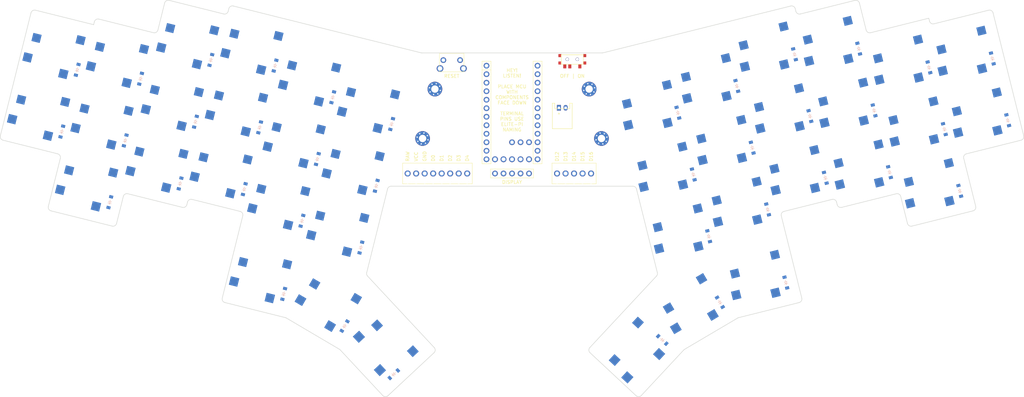
<source format=kicad_pcb>
(kicad_pcb (version 20240108) (generator "pcbnew") (generator_version "8.0")
  (title_block (title "fairyboard") (rev "1") (company "Steven Eisinger (restive.engines)"))
  (layers (0 "F.Cu" signal) (31 "B.Cu" signal) (34 "B.Paste" user) (35 "F.Paste" user) (36 "B.SilkS" user "B.Silkscreen") (37 "F.SilkS" user "F.Silkscreen") (38 "B.Mask" user) (39 "F.Mask" user) (44 "Edge.Cuts" user))
  (net 0 "")
  (net 1 "COL1")
  (net 2 "outer_home")
  (net 3 "outer_top")
  (net 4 "pinky_bottom")
  (net 5 "COL2")
  (net 6 "pinky_home")
  (net 7 "pinky_top")
  (net 8 "ring_bottom")
  (net 9 "COL3")
  (net 10 "ring_home")
  (net 11 "ring_top")
  (net 12 "middle_bottom")
  (net 13 "COL4")
  (net 14 "middle_home")
  (net 15 "middle_top")
  (net 16 "COL5")
  (net 17 "index_bottom")
  (net 18 "index_home")
  (net 19 "index_top")
  (net 20 "COL6")
  (net 21 "inner_bottom")
  (net 22 "inner_home")
  (net 23 "inner_top")
  (net 24 "outer_thumb")
  (net 25 "middle_thumb")
  (net 26 "inner_thumb")
  (net 27 "mirror_outer_home")
  (net 28 "mirror_outer_top")
  (net 29 "mirror_pinky_bottom")
  (net 30 "mirror_pinky_home")
  (net 31 "mirror_pinky_top")
  (net 32 "mirror_ring_bottom")
  (net 33 "mirror_ring_home")
  (net 34 "mirror_ring_top")
  (net 35 "mirror_middle_bottom")
  (net 36 "mirror_middle_home")
  (net 37 "mirror_middle_top")
  (net 38 "mirror_index_bottom")
  (net 39 "mirror_index_home")
  (net 40 "mirror_index_top")
  (net 41 "mirror_inner_bottom")
  (net 42 "mirror_inner_home")
  (net 43 "mirror_inner_top")
  (net 44 "mirror_outer_thumb")
  (net 45 "mirror_middle_thumb")
  (net 46 "mirror_inner_thumb")
  (net 47 "ROW3")
  (net 48 "ROW2")
  (net 49 "ROW4")
  (net 50 "ROW1")
  (net 51 "ROW6")
  (net 52 "ROW5")
  (net 53 "ROW7")
  (net 54 "D1")
  (net 55 "D0")
  (net 56 "D2")
  (net 57 "D3")
  (net 58 "D4")
  (net 59 "RAW")
  (net 60 "GND")
  (net 61 "RST")
  (net 62 "VCC")
  (net 63 "D5")
  (net 64 "D6")
  (net 65 "D7")
  (net 66 "D8")
  (net 67 "D9")
  (net 68 "B+")
  (footprint "E73:SPDT_C128955" (layer "F.Cu") (at 228.458897 115.657355)
    (property "Reference" "T1" (hide yes))
    (property "Value" "" (hide yes))
  )
  (footprint "restiveengines:reset_switch_tht_side" (layer "F.Cu") (at 192.458897 117.157355)
    (property "Reference" "RST1" (hide yes))
    (property "Value" "reset_switch_tht_side")
  )
  (footprint "MX" (layer "F.Cu") (at 173.136489 201.988419 -47)
    (property "Reference" "S20" (hide yes))
    (property "Value" "" (hide yes))
  )
  (footprint "SpacerHole_3.2mm_M2_Pad_Via" (layer "F.Cu") (at 338.983563 124.005168 14)
    (property "Reference" "_5" (hide yes))
    (property "Value" "")
  )
  (footprint "PG1350" (layer "F.Cu") (at 105.474988 147.394969 166)
    (property "Reference" "S46" (hide yes))
    (property "Value" "" (hide yes))
  )
  (footprint "MX" (layer "F.Cu") (at 256.870005 148.085525 14)
    (property "Reference" "S36" (hide yes))
    (property "Value" "" (hide yes))
  )
  (footprint "ceoloide:display_nice_view" (layer "F.Cu") (at 210.458897 133.043906)
    (property "Reference" "DISP1" (hide yes))
    (property "Value" "")
  )
  (footprint "MX" (layer "F.Cu") (at 124.636372 149.080598 -14)
    (property "Reference" "S9" (hide yes))
    (property "Value" "" (hide yes))
  )
  (footprint "PG1350" (layer "F.Cu") (at 336.418606 152.986559 -166)
    (property "Reference" "S63" (hide yes))
    (property "Value" "" (hide yes))
  )
  (footprint "SmtDiode" (layer "F.Cu") (at 175.167901 209.665389 43)
    (property "Reference" "D20" (hide yes))
    (property "Value" "" (hide yes))
  )
  (footprint "PG1350" (layer "F.Cu") (at 256.870005 148.085525 -166)
    (property "Reference" "S76" (hide yes))
    (property "Value" "" (hide yes))
  )
  (footprint "SmtDiode" (layer "F.Cu") (at 303.9807 151.025754 104)
    (property "Reference" "D29" (hide yes))
    (property "Value" "" (hide yes))
  )
  (footprint "SmtDiode" (layer "F.Cu") (at 344.117883 154.931714 104)
    (property "Reference" "D23" (hide yes))
    (property "Value" "" (hide yes))
  )
  (footprint "PG1350" (layer "F.Cu") (at 346.145036 113.459396 -166)
    (property "Reference" "S62" (hide yes))
    (property "Value" "" (hide yes))
  )
  (footprint "PG1350" (layer "F.Cu") (at 296.281423 149.080598 -166)
    (property "Reference" "S69" (hide yes))
    (property "Value" "" (hide yes))
  )
  (footprint "SmtDiode" (layer "F.Cu") (at 147.747244 163.860655 76)
    (property "Reference" "D12" (hide yes))
    (property "Value" "" (hide yes))
  )
  (footprint "MX" (layer "F.Cu") (at 331.82209 134.55094 14)
    (property "Reference" "S24" (hide yes))
    (property "Value" "" (hide yes))
  )
  (footprint "SmtDiode" (layer "F.Cu") (at 339.521367 136.496095 104)
    (property "Reference" "D24" (hide yes))
    (property "Value" "" (hide yes))
  )
  (footprint "MX" (layer "F.Cu") (at 269.862381 121.657355 14)
    (property "Reference" "S34" (hide yes))
    (property "Value" "" (hide yes))
  )
  (footprint "SmtDiode" (layer "F.Cu") (at 115.956367 134.291413 76)
    (property "Reference" "D7" (hide yes))
    (property "Value" "" (hide yes))
  )
  (footprint "PG1350" (layer "F.Cu") (at 133.829404 112.209361 166)
    (property "Reference" "S51" (hide yes))
    (property "Value" "" (hide yes))
  )
  (footprint "SmtDiode" (layer "F.Cu") (at 135.117751 135.977042 76)
    (property "Reference" "D10" (hide yes))
    (property "Value" "" (hide yes))
  )
  (footprint "SpacerHole_3.2mm_M2_Pad_Via" (layer "F.Cu") (at 263.366193 134.87144 14)
    (property "Reference" "_3" (hide yes))
    (property "Value" "")
  )
  (footprint "PG1350" (layer "F.Cu") (at 279.055413 158.528593 -166)
    (property "Reference" "S72" (hide yes))
    (property "Value" "" (hide yes))
  )
  (footprint "SmtDiode" (layer "F.Cu") (at 358.44083 133.840171 104)
    (property "Reference" "D21" (hide yes))
    (property "Value" "" (hide yes))
  )
  (footprint "SmtDiode" (layer "F.Cu") (at 323.142084 149.340125 104)
    (property "Reference" "D26" (hide yes))
    (property "Value" "" (hide yes))
  )
  (footprint "MX" (layer "F.Cu") (at 247.781306 201.988419 47)
    (property "Reference" "S40" (hide yes))
    (property "Value" "" (hide yes))
  )
  (footprint "PG1350" (layer "F.Cu") (at 146.458897 140.092974 166)
    (property "Reference" "S53" (hide yes))
    (property "Value" "" (hide yes))
  )
  (footprint "SmtDiode" (layer "F.Cu") (at 156.940276 126.989418 76)
    (property "Reference" "D14" (hide yes))
    (property "Value" "" (hide yes))
  )
  (footprint "SpacerHole_3.2mm_M2_Pad_Via" (layer "F.Cu") (at 148.358569 171.742678 -14)
    (property "Reference" "_8" (hide yes))
    (property "Value" "")
  )
  (footprint "SmtDiode" (layer "F.Cu") (at 255.297871 199.426437 137)
    (property "Reference" "D40" (hide yes))
    (property "Value" "" (hide yes))
  )
  (footprint "MX" (layer "F.Cu") (at 327.225574 116.115321 14)
    (property "Reference" "S25" (hide yes))
    (property "Value" "" (hide yes))
  )
  (footprint "PG1350" (layer "F.Cu") (at 287.088391 112.209361 -166)
    (property "Reference" "S71" (hide yes))
    (property "Value" "" (hide yes))
  )
  (footprint "PG1350" (layer "F.Cu") (at 331.82209 134.55094 -166)
    (property "Reference" "S64" (hide yes))
    (property "Value" "" (hide yes))
  )
  (footprint "PG1350" (layer "F.Cu") (at 264.572013 188.512452 -149.5)
    (property "Reference" "S79" (hide yes))
    (property "Value" "" (hide yes))
  )
  (footprint "PG1350" (layer "F.Cu") (at 310.846291 128.959351 -166)
    (property "Reference" "S67" (hide yes))
    (property "Value" "" (hide yes))
  )
  (footprint "SmtDiode" (layer "F.Cu") (at 169.932653 153.417587 76)
    (property "Reference" "D16" (hide yes))
    (property "Value" "" (hide yes))
  )
  (footprint "SmtDiode" (layer "F.Cu") (at 130.521235 154.412661 76)
    (property "Reference" "D9" (hide yes))
    (property "Value" "" (hide yes))
  )
  (footprint "PG1350" (layer "F.Cu") (at 136.419139 180.360247 166)
    (property "Reference" "S58" (hide yes))
    (property "Value" "" (hide yes))
  )
  (footprint "PG1350" (layer "F.Cu") (at 168.644306 129.649906 166)
    (property "Reference" "S57" (hide yes))
    (property "Value" "" (hide yes))
  )
  (footprint "PG1350" (layer "F.Cu") (at 141.862381 158.528593 166)
    (property "Reference" "S52" (hide yes))
    (property "Value" "" (hide yes))
  )
  (footprint "restiveengines:terminal_block_8" (layer "F.Cu") (at 189.458897 133.043906)
    (property "Reference" "TERMINAL1" (hide yes))
    (property "Value" "")
  )
  (footprint "SmtDiode" (layer "F.Cu") (at 99.577084 121.447383 76)
    (property "Reference" "D5" (hide yes))
    (property "Value" "" (hide yes))
  )
  (footprint "MX" (layer "F.Cu") (at 315.442807 147.394969 14)
    (property "Reference" "S26" (hide yes))
    (property "Value" "" (hide yes))
  )
  (footprint "MountingHole_2.2mm_M2_Pad_Via" (layer "F.Cu") (at 233.480204 124.544769 14)
    (property "Reference" "_17" (hide yes))
    (property "Value" "")
  )
  (footprint "PG1350" (layer "F.Cu") (at 274.458897 140.092974 -166)
    (property "Reference" "S73" (hide yes))
    (property "Value" "" (hide yes))
  )
  (footprint "MX" (layer "F.Cu") (at 114.66802 110.523732 -14)
    (property "Reference" "S8" (hide yes))
    (property "Value" "" (hide yes))
  )
  (footprint "MX" (layer "F.Cu") (at 164.04779 148.085525 -14)
    (property "Reference" "S16" (hide yes))
    (property "Value" "" (hide yes))
  )
  (footprint "SmtDiode" (layer "F.Cu") (at 160.473917 195.296329 59.5)
    (property "Reference" "D19" (hide yes))
    (property "Value" "" (hide yes))
  )
  (footprint "PG1350" (layer "F.Cu") (at 164.04779 148.085525 166)
    (property "Reference" "S56" (hide yes))
    (property "Value" "" (hide yes))
  )
  (footprint "PG1350" (layer "F.Cu") (at 129.232888 130.64498 166)
    (property "Reference" "S50" (hide yes))
    (property "Value" "" (hide yes))
  )
  (footprint "PG1350" (layer "F.Cu") (at 252.273489 129.649906 -166)
    (property "Reference" "S77" (hide yes))
    (property "Value" "" (hide yes))
  )
  (footprint "PG1350" (layer "F.Cu") (at 89.095705 134.55094 166)
    (property "Reference" "S44" (hide yes))
    (property "Value" "" (hide yes))
  )
  (footprint "SmtDiode" (layer "F.Cu") (at 259.972766 131.595062 104)
    (property "Reference" "D37" (hide yes))
    (property "Value" "" (hide yes))
  )
  (footprint "SmtDiode" (layer "F.Cu") (at 120.552883 115.855794 76)
    (property "Reference" "D8" (hide yes))
    (property "Value" "" (hide yes))
  )
  (footprint "SmtDiode" (layer "F.Cu") (at 282.158175 142.03813 104)
    (property "Reference" "D33" (hide yes))
    (property "Value" "" (hide yes))
  )
  (footprint "SmtDiode" (layer "F.Cu") (at 292.197933 182.305403 104)
    (property "Reference" "D38" (hide yes))
    (property "Value" "" (hide yes))
  )
  (footprint "PG1350" (layer "F.Cu") (at 124.636372 149.080598 166)
    (property "Reference" "S49" (hide yes))
    (property "Value" "" (hide yes))
  )
  (footprint "PG1350" (layer "F.Cu") (at 350.741552 131.895015 -166)
    (property "Reference" "S61" (hide yes))
    (property "Value" "" (hide yes))
  )
  (footprint "SpacerHole_3.2mm_M2_Pad_Via" (layer "F.Cu") (at 121.829493 121.069504 -14)
    (property "Reference" "_6" (hide yes))
    (property "Value" "")
  )
  (footprint "PG1350" (layer "F.Cu") (at 173.136489 201.988419 133)
    (property "Reference" "S60" (hide yes))
    (property "Value" "" (hide yes))
  )
  (footprint "MX" (layer "F.Cu") (at 133.829404 112.209361 -14)
    (property "Reference" "S11" (hide yes))
    (property "Value" "" (hide yes))
  )
  (footprint "MX" (layer "F.Cu") (at 287.088391 112.209361 14)
    (property "Reference" "S31" (hide yes))
    (property "Value" "" (hide yes))
  )
  (footprint "PG1350" (layer "F.Cu") (at 156.345782 188.512452 149.5)
    (property "Reference" "S59" (hide yes))
    (property "Value" "" (hide yes))
  )
  (footprint "SmtDiode" (layer "F.Cu") (at 286.75469 160.473749 104)
    (property "Reference" "D32" (hide yes))
    (property "Value" "" (hide yes))
  )
  (footprint "SmtDiode" (layer "F.Cu") (at 76.061105 137.227077 76)
    (property "Reference" "D1" (hide yes))
    (property "Value" "" (hide yes))
  )
  (footprint "MX" (layer "F.Cu") (at 279.055413 158.528593 14)
    (property "Reference" "S32" (hide yes))
    (property "Value" "" (hide yes))
  )
  (footprint "MX" (layer "F.Cu") (at 129.232888 130.64498 -14)
    (property "Reference" "S10" (hide yes))
    (property "Value" "" (hide yes))
  )
  (footprint "MX" (layer "F.Cu") (at 306.249775 110.523732 14)
    (property "Reference" "S28" (hide yes))
    (property "Value" "" (hide yes))
  )
  (footprint "MountingHole_2.2mm_M2_Pad_Via" (layer "F.Cu") (at 183.760378 139.293264 -14)
    (property "Reference" "_14" (hide yes))
    (property "Value" "")
  )
  (footprint "SmtDiode" (layer "F.Cu") (at 313.949052 112.468888 104)
    (property "Reference" "D28" (hide yes))
    (property "Value" "" (hide yes))
  )
  (footprint "MX" (layer "F.Cu") (at 291.684907 130.64498 14)
    (property "Reference" "S30" (hide yes))
    (property "Value" "" (hide yes))
  )
  (footprint "PG1350" (layer "F.Cu") (at 151.055413 121.657355 166)
    (property "Reference" "S54" (hide yes))
    (property "Value" "" (hide yes))
  )
  (footprint "MX" (layer "F.Cu") (at 136.419139 180.360247 -14)
    (property "Reference" "S18" (hide yes))
    (property "Value" "" (hide yes))
  )
  (footprint "MX" (layer "F.Cu") (at 274.458897 140.092974 14)
    (property "Reference" "S33" (hide yes))
    (property "Value" "" (hide yes))
  )
  (footprint "SpacerHole_3.2mm_M2_Pad_Via" (layer "F.Cu") (at 255.11259 193.924632 38.75)
    (property "Reference" "_13" (hide yes))
    (property "Value" "")
  )
  (footprint "MX" (layer "F.Cu") (at 110.071504 128.959351 -14)
    (property "Reference" "S7" (hide yes))
    (property "Value" "" (hide yes))
  )
  (footprint "PG1350" (layer "F.Cu") (at 291.684907 130.64498 -166)
    (property "Reference" "S70" (hide yes))
    (property "Value" "" (hide yes))
  )
  (footprint "nice_nano_elite_c" (layer "F.Cu") (at 210.458897 130.264906)
    (property "Reference" "")
    (property "Value" "")
  )
  (footprint "MountingHole_2.2mm_M2_Pad_Via" (layer "F.Cu") (at 187.437591 124.544769 -14)
    (property "Reference" "_16" (hide yes))
    (property "Value" "")
  )
  (footprint "JST_PH_S2B-PH-K_02x2.00mm_Angled" (layer "F.Cu") (at 225.458897 130.125906)
    (property "Reference" "JST1" (hide yes))
    (property "Value" "" (hide yes))
  )
  (footprint "SmtDiode" (layer "F.Cu") (at 111.359851 152.727032 76)
    (property "Reference" "D6" (hide yes))
    (property "Value" "" (hide yes))
  )
  (footprint "PG1350" (layer "F.Cu") (at 284.498656 180.360247 -166)
    (property "Reference" "S78" (hide yes))
    (property "Value" "" (hide yes))
  )
  (footprint "PG1350" (layer "F.Cu") (at 93.692221 116.115321 166)
    (property "Reference" "S45" (hide yes))
    (property "Value" "" (hide yes))
  )
  (footprint "SmtDiode" (layer "F.Cu") (at 80.657621 118.791459 76)
    (property "Reference" "D2" (hide yes))
    (property "Value" "" (hide yes))
  )
  (footprint "SpacerHole_3.2mm_M2_Pad_Via" (layer "F.Cu") (at 165.805205 193.924632 -38.75)
    (property "Reference" "_12" (hide yes))
    (property "Value" "")
  )
  (footprint "MX" (layer "F.Cu") (at 93.692221 116.115321 -14)
    (property "Reference" "S5" (hide yes))
    (property "Value" "" (hide yes))
  )
  (footprint "SmtDiode" (layer "F.Cu") (at 334.924851 118.060477 104)
    (property "Reference" "D25" (hide yes))
    (property "Value" "" (hide yes))
  )
  (footprint "SpacerHole_3.2mm_M2_Pad_Via" (layer "F.Cu") (at 299.088302 121.069504 14)
    (property "Reference" "_7" (hide yes))
    (property "Value" "")
  )
  (footprint "PG1350" (layer "F.Cu") (at 261.466521 166.521144 -166)
    (property "Reference" "S75" (hide yes))
    (property "Value" "" (hide yes))
  )
  (footprint "SpacerHole_3.2mm_M2_Pad_Via" (layer "F.Cu") (at 94.244271 145.316267 -14)
    (property "Reference" "_10" (hide yes))
    (property "Value" "")
  )
  (footprint "SmtDiode" (layer "F.Cu") (at 264.569282 150.030681 104)
    (property "Reference" "D36" (hide yes))
    (property "Value" "" (hide yes))
  )
  (footprint "PG1350" (layer "F.Cu") (at 306.249775 110.523732 -166)
    (property "Reference" "S68" (hide yes))
    (property "Value" "" (hide yes))
  )
  (footprint "MX" (layer "F.Cu") (at 151.055413 121.657355 -14)
    (property "Reference" "S14" (hide yes))
    (property "Value" "" (hide yes))
  )
  (footprint "PG1350" (layer "F.Cu") (at 327.225574 116.115321 -166)
    (property "Reference" "S65" (hide yes))
    (property "Value" "" (hide yes))
  )
  (footprint "SmtDiode" (layer "F.Cu") (at 142.304002 185.692309 76)
    (property "Reference" "D18" (hide yes))
    (property "Value" "" (hide yes))
  )
  (footprint "SmtDiode" (layer "F.Cu") (at 269.165798 168.4663 104)
    (property "Reference" "D35" (hide yes))
    (property "Value" "" (hide yes))
  )
  (footprint "SmtDiode" (layer "F.Cu") (at 318.545568 130.904506 104)
    (property "Reference" "D27" (hide yes))
    (property "Value" "" (hide yes))
  )
  (footprint "MX" (layer "F.Cu") (at 168.644306 129.649906 -14)
    (property "Reference" "S17" (hide yes))
    (property "Value" "" (hide yes))
  )
  (footprint "SmtDiode" (layer "F.Cu") (at 152.34376 145.425036 76)
    (property "Reference" "D13" (hide yes))
    (property "Value" "" (hide yes))
  )
  (footprint "MX" (layer "F.Cu") (at 296.281423 149.080598 14)
    (property "Reference" "S29" (hide yes))
    (property "Value" "" (hide yes))
  )
  (footprint "SmtDiode" (layer "F.Cu") (at 299.384184 132.590135 104)
    (property "Reference" "D30" (hide yes))
    (property "Value" "" (hide yes))
  )
  (footprint "MX" (layer "F.Cu") (at 252.273489 129.649906 14)
    (property "Reference" "S37" (hide yes))
    (property "Value" "" (hide yes))
  )
  (footprint "MX" (layer "F.Cu") (at 346.145036 113.459396 14)
    (property "Reference" "S22" (hide yes))
    (property "Value" "" (hide yes))
  )
  (footprint "PG1350" (layer "F.Cu") (at 110.071504 128.959351 166)
    (property "Reference" "S47" (hide yes))
    (property "Value" "" (hide yes))
  )
  (footprint "MX" (layer "F.Cu") (at 261.466521 166.521144 14)
    (property "Reference" "S35" (hide yes))
    (property "Value" "" (hide yes))
  )
  (footprint "MX" (layer "F.Cu") (at 336.418606 152.986559 14)
    (property "Reference" "S23" (hide yes))
    (property "Value" "" (hide yes))
  )
  (footprint "MountingHole_2.2mm_M2_Pad_Via" (layer "F.Cu") (at 237.157417 139.293264 14)
    (property "Reference" "_15" (hide yes))
    (property "Value" "")
  )
  (footprint "restiveengines:terminal_block_5" (layer "F.Cu") (at 230.248897 133.043906)
    (property "Reference" "TERMINAL2" (hide yes))
    (property "Value" "")
  )
  (footprint "MX" (layer "F.Cu") (at 156.345782 188.512452 -30.5)
    (property "Reference" "S19" (hide yes))
    (property "Value" "" (hide yes))
  )
  (footprint "SmtDiode" (layer "F.Cu") (at 94.980568 139.883002 76)
    (property "Reference" "D4" (hide yes))
    (property "Value" "" (hide yes))
  )
  (footprint "MX" (layer "F.Cu") (at 74.772758 113.459396 -14)
    (property "Reference" "S2" (hide yes))
    (property "Value" "" (hide yes))
  )
  (footprint "PG1350" (layer "F.Cu") (at 247.781306 201.988419 -133)
    (property "Reference" "S80" (hide yes))
    (property "Value" "" (hide yes))
  )
  (footprint "PG1350" (layer "F.Cu") (at 114.66802 110.523732 166)
    (property "Reference" "S48" (hide yes))
    (property "Value" "" (hide yes))
  )
  (footprint "MX" (layer "F.Cu") (at 89.095705 134.55094 -14)
    (property "Reference" "S4" (hide yes))
    (property "Value" "" (hide yes))
  )
  (footprint "PG1350" (layer "F.Cu") (at 84.499189 152.986559 166)
    (property "Reference" "S43" (hide yes))
    (property "Value" "" (hide yes))
  )
  (footprint "MX" (layer "F.Cu") (at 70.176242 131.895015 -14)
    (property "Reference" "S1" (hide yes))
    (property "Value" "" (hide yes))
  )
  (footprint "MX" (layer "F.Cu") (at 84.499189 152.986559 -14)
    (property "Reference" "S3" (hide yes))
    (property "Value" "" (hide yes))
  )
  (footprint "PG1350" (layer "F.Cu") (at 269.862381 121.657355 -166)
    (property "Reference" "S74" (hide yes))
    (property "Value" "" (hide yes))
  )
  (footprint "SpacerHole_3.2mm_M2_Pad_Via" (layer "F.Cu") (at 157.551601 134.87144 -14)
    (property "Reference" "_2" (hide yes))
    (property "Value" "")
  )
  (footprint "SpacerHole_3.2mm_M2_Pad_Via" (layer "F.Cu") (at 81.934232 124.005168 -14)
    (property "Reference" "_4" (hide yes))
    (property "Value" "")
  )
  (footprint "MX" (layer "F.Cu") (at 141.862381 158.528593 -14)
    (property "Reference" "S12" (hide yes))
    (property "Value" "" (hide yes))
  )
  (footprint "SpacerHole_3.2mm_M2_Pad_Via" (layer "F.Cu") (at 326.673524 145.316267 14)
    (property "Reference" "_11" (hide yes))
    (property "Value" "")
  )
  (footprint "PG1350" (layer "F.Cu") (at 70.176242 131.895015 166)
    (property "Reference" "S41" (hide yes))
    (property "Value" "" (hide yes))
  )
  (footprint "MX" (layer "F.Cu") (at 284.498656 180.360247 14)
    (property "Reference" "S38" (hide yes))
    (property "Value" "" (hide yes))
  )
  (footprint "MX" (layer "F.Cu") (at 310.846291 128.959351 14)
    (property "Reference" "S27" (hide yes))
    (property "Value" "" (hide yes))
  )
  (footprint "SmtDiode" (layer "F.Cu") (at 353.844314 115.404552 104)
    (property "Reference" "D22" (hide yes))
    (property "Value" "" (hide yes))
  )
  (footprint "SmtDiode" (layer "F.Cu") (at 90.384052 158.318621 76)
    (property "Reference" "D3" (hide yes))
    (property "Value" "" (hide yes))
  )
  (footprint "SmtDiode" (layer "F.Cu") (at 165.336137 171.853206 76)
    (property "Reference" "D15" (hide yes))
    (property "Value" "" (hide yes))
  )
  (footprint "MX" (layer "F.Cu") (at 159.451274 166.521144 -14)
    (property "Reference" "S15" (hide yes))
    (property "Value" "" (hide yes))
  )
  (footprint "SmtDiode" (layer "F.Cu") (at 174.529169 134.981969 76)
    (property "Reference" "D17" (hide yes))
    (property "Value" "" (hide yes))
  )
  (footprint "MX" (layer "F.Cu") (at 105.474988 147.394969 -14)
    (property "Reference" "S6" (hide yes))
    (property "Value" "" (hide yes))
  )
  (footprint "SmtDiode" (layer "F.Cu") (at 272.506686 188.190792 120.5)
    (property "Reference" "D39" (hide yes))
    (property "Value" "" (hide yes))
  )
  (footprint "SmtDiode" (layer "F.Cu") (at 139.714267 117.541423 76)
    (property "Reference" "D11" (hide yes))
    (property "Value" "" (hide yes))
  )
  (footprint "MX" (layer "F.Cu") (at 146.458897 140.092974 -14)
    (property "Reference" "S13" (hide yes))
    (property "Value" "" (hide yes))
  )
  (footprint "PG1350" (layer "F.Cu") (at 315.442807 147.394969 -166)
    (property "Reference" "S66" (hide yes))
    (property "Value" "" (hide yes))
  )
  (footprint "SmtDiode" (layer "F.Cu") (at 277.561658 123.602511 104)
    (property "Reference" "D34" (hide yes))
    (property "Value" "" (hide yes))
  )
  (footprint "SmtDiode" (layer "F.Cu") (at 294.787668 114.154516 104)
    (property "Reference" "D31" (hide yes))
    (property "Value" "" (hide yes))
  )
  (footprint "MX" (layer "F.Cu") (at 350.741552 131.895015 14)
    (property "Reference" "S21" (hide yes))
    (property "Value" "" (hide yes))
  )
  (footprint "SpacerHole_3.2mm_M2_Pad_Via" (layer "F.Cu") (at 272.559225 171.742678 14)
    (property "Reference" "_9" (hide yes))
    (property "Value" "")
  )
  (footprint "MX" (layer "F.Cu") (at 264.572013 188.512452 30.5)
    (property "Reference" "S39" (hide yes))
    (property "Value" "" (hide yes))
  )
  (footprint "PG1350" (layer "F.Cu") (at 159.451274 166.521144 166)
    (property "Reference" "S55" (hide yes))
    (property "Value" "" (hide yes))
  )
  (footprint "PG1350" (layer "F.Cu") (at 74.772758 113.459396 166)
    (property "Reference" "S42" (hide yes))
    (property "Value" "" (hide yes))
  )
  (gr_line (start 75.617462 145.206782) (end 72.037018 159.567158) (stroke (width 0.15)) (layer "Edge.Cuts"))
  (gr_line (start 124.388388 102.125849) (end 108.08742 98.061561) (stroke (width 0.15)) (layer "Edge.Cuts"))
  (gr_arc (start 66.858718 101.798437) (mid 67.359502 101.121667) (end 68.192158 100.997225) (stroke (width 0.15)) (layer "Edge.Cuts"))
  (gr_line (start 316.171766 106.916227) (end 314.163814 98.862772) (stroke (width 0.15)) (layer "Edge.Cuts"))
  (gr_arc (start 293.668991 99.74719) (mid 294.501647 99.871631) (end 295.00243 100.548401) (stroke (width 0.15)) (layer "Edge.Cuts"))
  (gr_arc (start 249.049735 216.024126) (mid 248.283636 216.373258) (end 247.495048 216.078417) (stroke (width 0.15)) (layer "Edge.Cuts"))
  (gr_arc (start 167.335594 180.371789) (mid 167.075121 179.897009) (end 167.072758 179.355477) (stroke (width 0.15)) (layer "Edge.Cuts"))
  (gr_arc (start 317.505205 107.717438) (mid 316.672549 107.592997) (end 316.171766 106.916227) (stroke (width 0.15)) (layer "Edge.Cuts"))
  (gr_arc (start 173.302218 154.370478) (mid 173.692316 153.76978) (end 174.369543 153.536592) (stroke (width 0.15)) (layer "Edge.Cuts"))
  (gr_arc (start 336.424668 105.061513) (mid 335.592012 104.937072) (end 335.091229 104.260302) (stroke (width 0.15)) (layer "Edge.Cuts"))
  (gr_arc (start 104.746028 106.916227) (mid 104.245245 107.592997) (end 103.412589 107.717438) (stroke (width 0.15)) (layer "Edge.Cuts"))
  (gr_arc (start 246.548251 153.536591) (mid 247.225479 153.769779) (end 247.615577 154.370478) (stroke (width 0.15)) (layer "Edge.Cuts"))
  (gr_line (start 167.335594 180.371789) (end 187.226487 201.702161) (stroke (width 0.15)) (layer "Edge.Cuts"))
  (gr_arc (start 106.753981 98.862772) (mid 107.254764 98.186002) (end 108.08742 98.061561) (stroke (width 0.15)) (layer "Edge.Cuts"))
  (gr_line (start 278.116467 192.772948) (end 296.159616 188.274286) (stroke (width 0.15)) (layer "Edge.Cuts"))
  (gr_arc (start 124.758179 188.274286) (mid 124.081409 187.773503) (end 123.956968 186.940847) (stroke (width 0.15)) (layer "Edge.Cuts"))
  (gr_line (start 127.248804 99.74719) (end 183.297876 113.721793) (stroke (width 0.15)) (layer "Edge.Cuts"))
  (gr_arc (start 72.838229 160.900597) (mid 72.161459 160.399814) (end 72.037018 159.567158) (stroke (width 0.15)) (layer "Edge.Cuts"))
  (gr_line (start 295.195967 101.324638) (end 295.00243 100.548401) (stroke (width 0.15)) (layer "Edge.Cuts"))
  (gr_arc (start 183.56399 113.754468) (mid 183.429934 113.746269) (end 183.297876 113.721793) (stroke (width 0.15)) (layer "Edge.Cuts"))
  (gr_arc (start 290.840202 162.392365) (mid 290.964644 161.559709) (end 291.641414 161.058925) (stroke (width 0.15)) (layer "Edge.Cuts"))
  (gr_arc (start 142.801327 192.772948) (mid 142.951726 192.822179) (end 143.093505 192.892481) (stroke (width 0.15)) (layer "Edge.Cuts"))
  (gr_arc (start 94.421179 156.594064) (mid 94.921963 155.917294) (end 95.754619 155.792852) (stroke (width 0.15)) (layer "Edge.Cuts"))
  (gr_line (start 159.185949 202.424228) (end 171.868059 216.024126) (stroke (width 0.15)) (layer "Edge.Cuts"))
  (gr_arc (start 74.816251 143.873343) (mid 75.493021 144.374126) (end 75.617462 145.206782) (stroke (width 0.15)) (layer "Edge.Cuts"))
  (gr_arc (start 187.226487 201.702161) (mid 187.521328 202.490749) (end 187.172196 203.256848) (stroke (width 0.15)) (layer "Edge.Cuts"))
  (gr_line (start 246.548251 153.536592) (end 174.369543 153.536592) (stroke (width 0.15)) (layer "Edge.Cuts"))
  (gr_line (start 261.978042 202.226634) (end 277.824289 192.892481) (stroke (width 0.15)) (layer "Edge.Cuts"))
  (gr_line (start 233.691308 201.702161) (end 253.5822 180.371789) (stroke (width 0.15)) (layer "Edge.Cuts"))
  (gr_line (start 352.725636 100.997225) (end 336.424668 105.061513) (stroke (width 0.15)) (layer "Edge.Cuts"))
  (gr_arc (start 363.203723 138.475615) (mid 363.079282 139.308271) (end 362.402512 139.809054) (stroke (width 0.15)) (layer "Edge.Cuts"))
  (gr_line (start 233.745598 203.256848) (end 247.495048 216.078417) (stroke (width 0.15)) (layer "Edge.Cuts"))
  (gr_arc (start 296.960827 186.940847) (mid 296.836386 187.773503) (end 296.159616 188.274286) (stroke (width 0.15)) (layer "Edge.Cuts"))
  (gr_arc (start 85.778182 104.454361) (mid 86.278965 103.777591) (end 87.111621 103.65315) (stroke (width 0.15)) (layer "Edge.Cuts"))
  (gr_arc (start 92.413228 164.647518) (mid 91.912445 165.324288) (end 91.079789 165.448729) (stroke (width 0.15)) (layer "Edge.Cuts"))
  (gr_line (start 167.072758 179.355477) (end 173.302218 154.370478) (stroke (width 0.15)) (layer "Edge.Cuts"))
  (gr_arc (start 348.880777 159.567157) (mid 348.756336 160.399814) (end 348.079566 160.900598) (stroke (width 0.15)) (layer "Edge.Cuts"))
  (gr_line (start 326.496615 156.594064) (end 328.504567 164.647518) (stroke (width 0.15)) (layer "Edge.Cuts"))
  (gr_line (start 113.389027 159.055929) (end 113.582564 158.279693) (stroke (width 0.15)) (layer "Edge.Cuts"))
  (gr_line (start 95.754619 155.792852) (end 112.055587 159.85714) (stroke (width 0.15)) (layer "Edge.Cuts"))
  (gr_line (start 346.101544 143.873342) (end 362.402512 139.809054) (stroke (width 0.15)) (layer "Edge.Cuts"))
  (gr_arc (start 306.001791 157.478482) (mid 306.834447 157.602923) (end 307.33523 158.279693) (stroke (width 0.15)) (layer "Edge.Cuts"))
  (gr_line (start 308.862207 159.85714) (end 325.163175 155.792852) (stroke (width 0.15)) (layer "Edge.Cuts"))
  (gr_line (start 85.778182 104.454361) (end 85.560452 105.327627) (stroke (width 0.15)) (layer "Edge.Cuts"))
  (gr_arc (start 129.27638 161.058925) (mid 129.95315 161.559709) (end 130.077592 162.392365) (stroke (width 0.15)) (layer "Edge.Cuts"))
  (gr_arc (start 125.721828 101.324637) (mid 125.221044 102.001407) (end 124.388388 102.125849) (stroke (width 0.15)) (layer "Edge.Cuts"))
  (gr_arc (start 296.529408 102.125849) (mid 295.696751 102.001408) (end 295.195967 101.324638) (stroke (width 0.15)) (layer "Edge.Cuts"))
  (gr_line (start 92.413228 164.647518) (end 94.42118 156.594064) (stroke (width 0.15)) (layer "Edge.Cuts"))
  (gr_line (start 106.75398 98.862772) (end 104.746028 106.916227) (stroke (width 0.15)) (layer "Edge.Cuts"))
  (gr_line (start 123.956968 186.940847) (end 130.077592 162.392365) (stroke (width 0.15)) (layer "Edge.Cuts"))
  (gr_line (start 58.515282 139.809054) (end 74.816251 143.873342) (stroke (width 0.15)) (layer "Edge.Cuts"))
  (gr_line (start 124.758179 188.274286) (end 142.801327 192.772948) (stroke (width 0.15)) (layer "Edge.Cuts"))
  (gr_arc (start 261.731845 202.424228) (mid 261.847818 202.316553) (end 261.978042 202.226634) (stroke (width 0.15)) (layer "Edge.Cuts"))
  (gr_arc (start 277.824289 192.892481) (mid 277.966068 192.822179) (end 278.116467 192.772948) (stroke (width 0.15)) (layer "Edge.Cuts"))
  (gr_arc (start 237.619919 113.721792) (mid 237.487861 113.746267) (end 237.353805 113.754467) (stroke (width 0.15)) (layer "Edge.Cuts"))
  (gr_arc (start 345.300332 145.206782) (mid 345.424774 144.374126) (end 346.101544 143.873342) (stroke (width 0.15)) (layer "Edge.Cuts"))
  (gr_line (start 307.33523 158.279693) (end 307.528768 159.055929) (stroke (width 0.15)) (layer "Edge.Cuts"))
  (gr_line (start 183.56399 113.754467) (end 237.353805 113.754467) (stroke (width 0.15)) (layer "Edge.Cuts"))
  (gr_line (start 334.873499 103.387036) (end 317.505206 107.717438) (stroke (width 0.15)) (layer "Edge.Cuts"))
  (gr_arc (start 113.582564 158.279693) (mid 114.083348 157.602923) (end 114.916004 157.478481) (stroke (width 0.15)) (layer "Edge.Cuts"))
  (gr_line (start 312.830375 98.061561) (end 296.529407 102.125849) (stroke (width 0.15)) (layer "Edge.Cuts"))
  (gr_line (start 85.560452 105.327627) (end 68.192158 100.997225) (stroke (width 0.15)) (layer "Edge.Cuts"))
  (gr_line (start 114.916004 157.478481) (end 129.27638 161.058925) (stroke (width 0.15)) (layer "Edge.Cuts"))
  (gr_arc (start 233.745599 203.256848) (mid 233.396467 202.490749) (end 233.691308 201.702161) (stroke (width 0.15)) (layer "Edge.Cuts"))
  (gr_arc (start 308.862207 159.85714) (mid 308.029551 159.732699) (end 307.528768 159.055929) (stroke (width 0.15)) (layer "Edge.Cuts"))
  (gr_line (start 329.838006 165.448729) (end 348.079566 160.900598) (stroke (width 0.15)) (layer "Edge.Cuts"))
  (gr_arc (start 125.915365 100.548401) (mid 126.416148 99.871631) (end 127.248804 99.74719) (stroke (width 0.15)) (layer "Edge.Cuts"))
  (gr_line (start 249.049735 216.024126) (end 261.731845 202.424228) (stroke (width 0.15)) (layer "Edge.Cuts"))
  (gr_line (start 143.093505 192.892481) (end 158.939752 202.226634) (stroke (width 0.15)) (layer "Edge.Cuts"))
  (gr_arc (start 158.939752 202.226634) (mid 159.069976 202.316553) (end 159.185949 202.424228) (stroke (width 0.15)) (layer "Edge.Cuts"))
  (gr_line (start 348.880777 159.567158) (end 345.300333 145.206782) (stroke (width 0.15)) (layer "Edge.Cuts"))
  (gr_arc (start 352.725636 100.997225) (mid 353.558292 101.121667) (end 354.059076 101.798437) (stroke (width 0.15)) (layer "Edge.Cuts"))
  (gr_line (start 72.838229 160.900598) (end 91.079789 165.448729) (stroke (width 0.15)) (layer "Edge.Cuts"))
  (gr_line (start 335.091229 104.260302) (end 334.873499 103.387036) (stroke (width 0.15)) (layer "Edge.Cuts"))
  (gr_line (start 290.840203 162.392365) (end 296.960827 186.940847) (stroke (width 0.15)) (layer "Edge.Cuts"))
  (gr_line (start 291.641414 161.058925) (end 306.001791 157.478481) (stroke (width 0.15)) (layer "Edge.Cuts"))
  (gr_line (start 247.615577 154.370478) (end 253.845037 179.355477) (stroke (width 0.15)) (layer "Edge.Cuts"))
  (gr_line (start 103.412589 107.717438) (end 87.111621 103.65315) (stroke (width 0.15)) (layer "Edge.Cuts"))
  (gr_line (start 237.619919 113.721793) (end 293.66899 99.74719) (stroke (width 0.15)) (layer "Edge.Cuts"))
  (gr_line (start 57.714071 138.475615) (end 66.858719 101.798437) (stroke (width 0.15)) (layer "Edge.Cuts"))
  (gr_arc (start 113.389026 159.055929) (mid 112.888243 159.732699) (end 112.055587 159.85714) (stroke (width 0.15)) (layer "Edge.Cuts"))
  (gr_arc (start 325.163175 155.792852) (mid 325.995831 155.917294) (end 326.496615 156.594064) (stroke (width 0.15)) (layer "Edge.Cuts"))
  (gr_arc (start 58.515283 139.809055) (mid 57.838513 139.308271) (end 57.714071 138.475615) (stroke (width 0.15)) (layer "Edge.Cuts"))
  (gr_arc (start 253.845036 179.355477) (mid 253.842673 179.897009) (end 253.5822 180.371789) (stroke (width 0.15)) (layer "Edge.Cuts"))
  (gr_line (start 354.059076 101.798437) (end 363.203723 138.475615) (stroke (width 0.15)) (layer "Edge.Cuts"))
  (gr_arc (start 312.830375 98.061561) (mid 313.663031 98.186002) (end 314.163814 98.862772) (stroke (width 0.15)) (layer "Edge.Cuts"))
  (gr_line (start 173.422747 216.078417) (end 187.172196 203.256848) (stroke (width 0.15)) (layer "Edge.Cuts"))
  (gr_arc (start 173.422746 216.078417) (mid 172.634158 216.373258) (end 171.868059 216.024126) (stroke (width 0.15)) (layer "Edge.Cuts"))
  (gr_arc (start 329.838006 165.448729) (mid 329.00535 165.324288) (end 328.504567 164.647518) (stroke (width 0.15)) (layer "Edge.Cuts"))
  (gr_line (start 125.915365 100.548401) (end 125.721827 101.324638) (stroke (width 0.15)) (layer "Edge.Cuts"))
  (gr_text "HEY!\nLISTEN!\n\nPLACE MCU\nWITH\nCOMPONENTS\nFACE DOWN\n\nTERMINAL\nPINS USE\nELITE-PI\nNAMING" (at 210.458897 137.264906 0) (layer "F.SilkS") (effects (font (size 1 1)) (justify bottom)))
  (gr_text "DISPLAY" (at 210.458897 152.323906 0) (layer "F.SilkS") (effects (font (size 1 1))))
  (gr_text "OFF | ON" (at 228.458897 120.657355 0) (layer "F.SilkS") (effects (font (size 1 1))))
)
</source>
